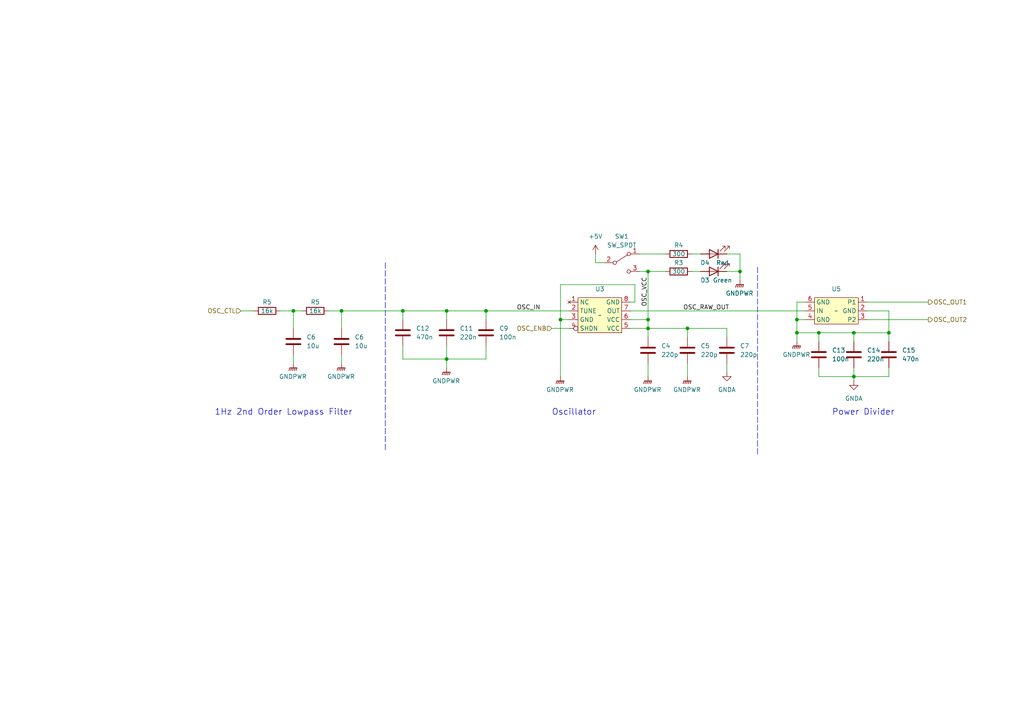
<source format=kicad_sch>
(kicad_sch (version 20230121) (generator eeschema)
  (paper "A4")
  (lib_symbols
    (symbol "Device:C" (pin_numbers hide) (pin_names (offset 0.254))
      (property "Reference" "C" (at 0.635 2.54 0))
      (property "Value" "C" (at 0.635 -2.54 0))
      (symbol "C_0_1"
        (polyline (pts (xy -2.032 -0.762) (xy 2.032 -0.762)) (stroke (width 0.508)))
        (polyline (pts (xy -2.032 0.762) (xy 2.032 0.762)) (stroke (width 0.508)))
      )
      (symbol "C_1_1"
        (pin passive line (at 0 3.81 270) (length 2.794) (name "~") (number "1"))
        (pin passive line (at 0 -3.81 90) (length 2.794) (name "~") (number "2"))
      )
    )
    (symbol "Device:LED" (pin_numbers hide) (pin_names (offset 1.016) hide)
      (property "Reference" "D" (at 0 2.54 0))
      (property "Value" "LED" (at 0 -2.54 0))
      (symbol "LED_0_1"
        (polyline (pts (xy -1.27 -1.27) (xy -1.27 1.27)) (stroke (width 0.254)))
        (polyline (pts (xy -1.27 0) (xy 1.27 0)))
        (polyline (pts (xy 1.27 -1.27) (xy 1.27 1.27) (xy -1.27 0) (xy 1.27 -1.27)) (stroke (width 0.254)))
        (polyline (pts (xy -3.048 -0.762) (xy -4.572 -2.286) (xy -3.81 -2.286) (xy -4.572 -2.286) (xy -4.572 -1.524)))
        (polyline (pts (xy -1.778 -0.762) (xy -3.302 -2.286) (xy -2.54 -2.286) (xy -3.302 -2.286) (xy -3.302 -1.524)))
      )
      (symbol "LED_1_1"
        (pin passive line (at -3.81 0 0) (length 2.54) (name "K") (number "1"))
        (pin passive line (at 3.81 0 180) (length 2.54) (name "A") (number "2"))
      )
    )
    (symbol "Device:R" (pin_numbers hide) (pin_names (offset 0))
      (property "Reference" "R" (at 2.032 0 90))
      (property "Value" "R" (at 0 0 90))
      (symbol "R_0_1"
        (rectangle (start -1.016 -2.54) (end 1.016 2.54) (stroke (width 0.254)))
      )
      (symbol "R_1_1"
        (pin passive line (at 0 3.81 270) (length 1.27) (name "~") (number "1"))
        (pin passive line (at 0 -3.81 90) (length 1.27) (name "~") (number "2"))
      )
    )
    (symbol "MRDT_ICs:BD0926"
      (property "Reference" "U" (at 0 5.08 0))
      (symbol "BD0926_1_1"
        (rectangle (start -6.35 3.81) (end 6.35 -3.81) (fill (type background)))
        (pin input line (at -8.89 2.54 0) (length 2.54) (name "P1") (number "1"))
        (pin power_in line (at -8.89 0 0) (length 2.54) (name "GND") (number "2"))
        (pin input line (at -8.89 -2.54 0) (length 2.54) (name "P2") (number "3"))
        (pin power_in line (at 8.89 -2.54 180) (length 2.54) (name "GND") (number "4"))
        (pin input line (at 8.89 0 180) (length 2.54) (name "IN") (number "5"))
        (pin power_in line (at 8.89 2.54 180) (length 2.54) (name "GND") (number "6"))
      )
    )
    (symbol "MRDT_ICs:MAX2623EUA+T"
      (property "Reference" "U" (at 0 6.35 0))
      (symbol "MAX2623EUA+T_1_1"
        (rectangle (start -6.35 5.08) (end 6.35 -5.08) (fill (type background)))
        (pin no_connect line (at -8.89 3.81 0) (length 2.54) (name "NC") (number "1"))
        (pin input line (at -8.89 1.27 0) (length 2.54) (name "TUNE") (number "2"))
        (pin power_in line (at -8.89 -1.27 0) (length 2.54) (name "GND") (number "3"))
        (pin input inverted (at -8.89 -3.81 0) (length 2.54) (name "SHDN") (number "4"))
        (pin power_in line (at 8.89 -3.81 180) (length 2.54) (name "VCC") (number "5"))
        (pin power_in line (at 8.89 -1.27 180) (length 2.54) (name "VCC") (number "6"))
        (pin output line (at 8.89 1.27 180) (length 2.54) (name "OUT") (number "7"))
        (pin power_in line (at 8.89 3.81 180) (length 2.54) (name "GND") (number "8"))
      )
    )
    (symbol "Switch:SW_SPDT" (pin_names (offset 0) hide)
      (property "Reference" "SW" (at 0 4.318 0))
      (property "Value" "SW_SPDT" (at 0 -5.08 0))
      (symbol "SW_SPDT_0_0"
        (circle (center -2.032 0) (radius 0.508))
        (circle (center 2.032 -2.54) (radius 0.508))
      )
      (symbol "SW_SPDT_0_1"
        (polyline (pts (xy -1.524 0.254) (xy 1.651 2.286)))
        (circle (center 2.032 2.54) (radius 0.508))
      )
      (symbol "SW_SPDT_1_1"
        (pin passive line (at 5.08 2.54 180) (length 2.54) (name "A") (number "1"))
        (pin passive line (at -5.08 0 0) (length 2.54) (name "B") (number "2"))
        (pin passive line (at 5.08 -2.54 180) (length 2.54) (name "C") (number "3"))
      )
    )
    (symbol "power:+5V" (power) (pin_names (offset 0))
      (property "Value" "+5V" (at 0 3.556 0))
      (symbol "+5V_0_1"
        (polyline (pts (xy -0.762 1.27) (xy 0 2.54)))
        (polyline (pts (xy 0 0) (xy 0 2.54)))
        (polyline (pts (xy 0 2.54) (xy 0.762 1.27)))
      )
      (symbol "+5V_1_1"
        (pin power_in line (at 0 0 90) (length 0) hide (name "+5V") (number "1"))
      )
    )
    (symbol "power:GNDA" (power) (pin_names (offset 0))
      (property "Value" "GNDA" (at 0 -3.81 0))
      (symbol "GNDA_0_1"
        (polyline (pts (xy 0 0) (xy 0 -1.27) (xy 1.27 -1.27) (xy 0 -2.54) (xy -1.27 -1.27) (xy 0 -1.27)))
      )
      (symbol "GNDA_1_1"
        (pin power_in line (at 0 0 270) (length 0) hide (name "GNDA") (number "1"))
      )
    )
    (symbol "power:GNDPWR" (power) (pin_names (offset 0))
      (property "Value" "GNDPWR" (at 0 -3.302 0))
      (symbol "GNDPWR_0_1"
        (polyline (pts (xy 0 -1.27) (xy 0 0)))
        (polyline (pts (xy -1.016 -1.27) (xy -1.27 -2.032) (xy -1.27 -2.032)) (stroke (width 0.2032)))
        (polyline (pts (xy -0.508 -1.27) (xy -0.762 -2.032) (xy -0.762 -2.032)) (stroke (width 0.2032)))
        (polyline (pts (xy 0 -1.27) (xy -0.254 -2.032) (xy -0.254 -2.032)) (stroke (width 0.2032)))
        (polyline (pts (xy 0.508 -1.27) (xy 0.254 -2.032) (xy 0.254 -2.032)) (stroke (width 0.2032)))
        (polyline (pts (xy 1.016 -1.27) (xy -1.016 -1.27) (xy -1.016 -1.27)) (stroke (width 0.2032)))
        (polyline (pts (xy 1.016 -1.27) (xy 0.762 -2.032) (xy 0.762 -2.032) (xy 0.762 -2.032)) (stroke (width 0.2032)))
      )
      (symbol "GNDPWR_1_1"
        (pin power_in line (at 0 0 270) (length 0) hide (name "GNDPWR") (number "1"))
      )
    )
  )
  (junction (at 162.56 92.71))
  (junction (at 231.14 92.71))
  (junction (at 85.09 90.17))
  (junction (at 129.54 90.17))
  (junction (at 257.81 96.52))
  (junction (at 129.54 104.14))
  (junction (at 187.96 92.71))
  (junction (at 214.63 78.74))
  (junction (at 99.06 90.17))
  (junction (at 231.14 96.52))
  (junction (at 199.39 95.25))
  (junction (at 140.97 90.17))
  (junction (at 116.84 90.17))
  (junction (at 187.96 78.74))
  (junction (at 247.65 96.52))
  (junction (at 187.96 95.25))
  (junction (at 237.49 96.52))
  (junction (at 247.65 109.22))
  (wire (pts (xy 257.81 96.52) (xy 247.65 96.52)))
  (wire (pts (xy 116.84 104.14) (xy 129.54 104.14)))
  (wire (pts (xy 251.46 90.17) (xy 257.81 90.17)))
  (wire (pts (xy 214.63 78.74) (xy 214.63 73.66)))
  (wire (pts (xy 187.96 92.71) (xy 182.88 92.71)))
  (wire (pts (xy 140.97 90.17) (xy 140.97 92.71)))
  (wire (pts (xy 247.65 109.22) (xy 257.81 109.22)))
  (wire (pts (xy 187.96 92.71) (xy 187.96 78.74)))
  (wire (pts (xy 162.56 82.55) (xy 162.56 92.71)))
  (wire (pts (xy 162.56 109.22) (xy 162.56 92.71)))
  (wire (pts (xy 214.63 78.74) (xy 210.82 78.74)))
  (wire (pts (xy 184.15 87.63) (xy 184.15 82.55)))
  (polyline (pts (xy 111.76 76.2) (xy 111.76 130.81)) (stroke (width 0) (type dash)))
  (wire (pts (xy 99.06 90.17) (xy 116.84 90.17)))
  (wire (pts (xy 251.46 92.71) (xy 269.24 92.71)))
  (wire (pts (xy 182.88 87.63) (xy 184.15 87.63)))
  (wire (pts (xy 85.09 90.17) (xy 85.09 95.25)))
  (wire (pts (xy 129.54 104.14) (xy 140.97 104.14)))
  (wire (pts (xy 81.28 90.17) (xy 85.09 90.17)))
  (polyline (pts (xy 219.71 77.47) (xy 219.71 132.08)) (stroke (width 0) (type dash)))
  (wire (pts (xy 199.39 95.25) (xy 199.39 97.79)))
  (wire (pts (xy 199.39 95.25) (xy 210.82 95.25)))
  (wire (pts (xy 85.09 102.87) (xy 85.09 105.41)))
  (wire (pts (xy 231.14 87.63) (xy 231.14 92.71)))
  (wire (pts (xy 129.54 90.17) (xy 129.54 92.71)))
  (wire (pts (xy 187.96 95.25) (xy 199.39 95.25)))
  (wire (pts (xy 95.25 90.17) (xy 99.06 90.17)))
  (wire (pts (xy 257.81 96.52) (xy 257.81 99.06)))
  (wire (pts (xy 172.72 73.66) (xy 172.72 76.2)))
  (wire (pts (xy 237.49 96.52) (xy 237.49 99.06)))
  (wire (pts (xy 233.68 87.63) (xy 231.14 87.63)))
  (wire (pts (xy 182.88 90.17) (xy 233.68 90.17)))
  (wire (pts (xy 210.82 105.41) (xy 210.82 107.95)))
  (wire (pts (xy 185.42 78.74) (xy 187.96 78.74)))
  (wire (pts (xy 247.65 96.52) (xy 247.65 99.06)))
  (wire (pts (xy 160.02 95.25) (xy 165.1 95.25)))
  (wire (pts (xy 237.49 96.52) (xy 231.14 96.52)))
  (wire (pts (xy 99.06 90.17) (xy 99.06 95.25)))
  (wire (pts (xy 231.14 96.52) (xy 231.14 99.06)))
  (wire (pts (xy 99.06 102.87) (xy 99.06 105.41)))
  (wire (pts (xy 116.84 90.17) (xy 116.84 92.71)))
  (wire (pts (xy 182.88 95.25) (xy 187.96 95.25)))
  (wire (pts (xy 187.96 95.25) (xy 187.96 97.79)))
  (wire (pts (xy 231.14 92.71) (xy 233.68 92.71)))
  (wire (pts (xy 187.96 78.74) (xy 193.04 78.74)))
  (wire (pts (xy 247.65 106.68) (xy 247.65 109.22)))
  (wire (pts (xy 200.66 73.66) (xy 203.2 73.66)))
  (wire (pts (xy 200.66 78.74) (xy 203.2 78.74)))
  (wire (pts (xy 140.97 100.33) (xy 140.97 104.14)))
  (wire (pts (xy 199.39 105.41) (xy 199.39 109.22)))
  (wire (pts (xy 184.15 82.55) (xy 162.56 82.55)))
  (wire (pts (xy 140.97 90.17) (xy 165.1 90.17)))
  (wire (pts (xy 231.14 96.52) (xy 231.14 92.71)))
  (wire (pts (xy 210.82 95.25) (xy 210.82 97.79)))
  (wire (pts (xy 69.85 90.17) (xy 73.66 90.17)))
  (wire (pts (xy 247.65 109.22) (xy 247.65 110.49)))
  (wire (pts (xy 187.96 95.25) (xy 187.96 92.71)))
  (wire (pts (xy 237.49 106.68) (xy 237.49 109.22)))
  (wire (pts (xy 85.09 90.17) (xy 87.63 90.17)))
  (wire (pts (xy 247.65 96.52) (xy 237.49 96.52)))
  (wire (pts (xy 237.49 109.22) (xy 247.65 109.22)))
  (wire (pts (xy 162.56 92.71) (xy 165.1 92.71)))
  (wire (pts (xy 214.63 73.66) (xy 210.82 73.66)))
  (wire (pts (xy 251.46 87.63) (xy 269.24 87.63)))
  (wire (pts (xy 257.81 90.17) (xy 257.81 96.52)))
  (wire (pts (xy 172.72 76.2) (xy 175.26 76.2)))
  (wire (pts (xy 116.84 90.17) (xy 129.54 90.17)))
  (wire (pts (xy 257.81 109.22) (xy 257.81 106.68)))
  (wire (pts (xy 185.42 73.66) (xy 193.04 73.66)))
  (wire (pts (xy 214.63 81.28) (xy 214.63 78.74)))
  (wire (pts (xy 129.54 90.17) (xy 140.97 90.17)))
  (wire (pts (xy 129.54 100.33) (xy 129.54 104.14)))
  (wire (pts (xy 187.96 105.41) (xy 187.96 109.22)))
  (wire (pts (xy 116.84 100.33) (xy 116.84 104.14)))
  (wire (pts (xy 129.54 104.14) (xy 129.54 106.68)))
  (text "Power Divider" (at 241.3 120.65 0) (effects (font (size 1.75 1.75)) (justify left bottom)))
  (text "Oscillator" (at 160.02 120.65 0) (effects (font (size 1.75 1.75)) (justify left bottom)))
  (text "1Hz 2nd Order Lowpass Filter" (at 62.23 120.65 0) (effects (font (size 1.75 1.75)) (justify left bottom)))
  (label "OSC_RAW_OUT" (at 198.12 90.17 0))
  (label "OSC_VCC" (at 187.96 88.9 90))
  (label "OSC_IN" (at 149.86 90.17 0))
  (hierarchical_label "OSC_OUT1" (shape output) (at 269.24 87.63 0))
  (hierarchical_label "OSC_CTL" (shape input) (at 69.85 90.17 180))
  (hierarchical_label "OSC_OUT2" (shape output) (at 269.24 92.71 0))
  (hierarchical_label "OSC_ENB" (shape input) (at 160.02 95.25 180))
  (symbol (lib_id "power:GNDPWR") (at 162.56 109.22 0) (unit 1)
    (property "Reference" "#PWR015" (effects hide))
    (property "Value" "GNDPWR" (at 162.433 113.03 0))
    (instances (project "900MHz_Radio_Hardware" (path "" (reference "#PWR015") (unit 1)) (path "" (reference "#PWR012") (unit 1))))
  )
  (symbol (lib_id "power:GNDPWR") (at 214.63 81.28 0) (unit 1)
    (property "Reference" "#PWR017" (effects hide))
    (property "Value" "GNDPWR" (at 214.503 85.09 0))
  )
  (symbol (lib_id "power:GNDA") (at 247.65 110.49 0) (unit 1)
    (property "Reference" "#PWR026" (effects hide))
    (property "Value" "GNDA" (at 247.65 115.57 0))
  )
  (symbol (lib_id "Device:R") (at 77.47 90.17 90) (unit 1)
    (property "Reference" "R5" (at 77.47 87.63 90))
    (property "Value" "16k" (at 77.47 90.17 90))
    (instances (project "900MHz_Radio_Hardware" (path "" (reference "R5") (unit 1)) (path "" (reference "R5") (unit 1)) (path "" (reference "R8") (unit 1))))
  )
  (symbol (lib_id "MRDT_ICs:BD0926") (at 242.57 90.17 0) (mirror y) (unit 1)
    (property "Reference" "U5" (at 242.57 83.82 0))
    (property "Value" "~" (at 242.57 90.17 0))
    (property "Footprint" "Package_TO_SOT_SMD:SOT-23-6_Handsoldering" (effects hide))
    (property "Datasheet" "https://d2lxe0fofddnat.cloudfront.net/BD0926-V9.3.pdf" (effects hide))
  )
  (symbol (lib_id "power:+5V") (at 172.72 73.66 0) (unit 1)
    (property "Reference" "#PWR016" (effects hide))
    (property "Value" "+5V" (at 172.72 68.58 0))
    (instances (project "900MHz_Radio_Hardware" (path "" (reference "#PWR016") (unit 1)) (path "" (reference "#PWR013") (unit 1))))
  )
  (symbol (lib_id "Device:R") (at 196.85 73.66 90) (unit 1)
    (property "Reference" "R4" (at 196.85 71.12 90))
    (property "Value" "300" (at 196.85 73.66 90))
    (instances (project "900MHz_Radio_Hardware" (path "" (reference "R4") (unit 1)) (path "" (reference "R3") (unit 1))))
  )
  (symbol (lib_id "Device:C") (at 140.97 96.52 0) (unit 1)
    (property "Reference" "C9" (at 144.78 95.25 0) (effects (justify left)))
    (property "Value" "100n" (at 144.78 97.79 0) (effects (justify left)))
  )
  (symbol (lib_id "Device:C") (at 247.65 102.87 0) (unit 1)
    (property "Reference" "C14" (at 251.46 101.6 0) (effects (justify left)))
    (property "Value" "220n" (at 251.46 104.14 0) (effects (justify left)))
  )
  (symbol (lib_id "power:GNDPWR") (at 199.39 109.22 0) (unit 1)
    (property "Reference" "#PWR014" (effects hide))
    (property "Value" "GNDPWR" (at 199.263 113.03 0))
    (instances (project "900MHz_Radio_Hardware" (path "" (reference "#PWR014") (unit 1)) (path "" (reference "#PWR015") (unit 1))))
  )
  (symbol (lib_id "Device:C") (at 129.54 96.52 0) (unit 1)
    (property "Reference" "C11" (at 133.35 95.25 0) (effects (justify left)))
    (property "Value" "220n" (at 133.35 97.79 0) (effects (justify left)))
  )
  (symbol (lib_id "Device:R") (at 196.85 78.74 90) (unit 1)
    (property "Reference" "R3" (at 196.85 76.2 90))
    (property "Value" "300" (at 196.85 78.74 90))
    (instances (project "900MHz_Radio_Hardware" (path "" (reference "R3") (unit 1)) (path "" (reference "R4") (unit 1))))
  )
  (symbol (lib_id "Device:C") (at 210.82 101.6 0) (unit 1)
    (property "Reference" "C7" (at 214.63 100.33 0) (effects (justify left)))
    (property "Value" "220p" (at 214.63 102.87 0) (effects (justify left)))
  )
  (symbol (lib_id "power:GNDA") (at 210.82 107.95 0) (unit 1)
    (property "Reference" "#PWR012" (effects hide))
    (property "Value" "GNDA" (at 210.82 113.03 0))
    (instances (project "900MHz_Radio_Hardware" (path "" (reference "#PWR012") (unit 1)) (path "" (reference "#PWR016") (unit 1))))
  )
  (symbol (lib_id "Device:LED") (at 207.01 78.74 180) (unit 1)
    (property "Reference" "D3" (at 204.47 81.28 0))
    (property "Value" "Green" (at 209.55 81.28 0))
    (instances (project "900MHz_Radio_Hardware" (path "" (reference "D3") (unit 1)) (path "" (reference "D4") (unit 1))))
  )
  (symbol (lib_id "Device:C") (at 116.84 96.52 0) (unit 1)
    (property "Reference" "C12" (at 120.65 95.25 0) (effects (justify left)))
    (property "Value" "470n" (at 120.65 97.79 0) (effects (justify left)))
  )
  (symbol (lib_id "power:GNDPWR") (at 231.14 99.06 0) (unit 1)
    (property "Reference" "#PWR014" (effects hide))
    (property "Value" "GNDPWR" (at 231.013 102.87 0))
    (instances (project "900MHz_Radio_Hardware" (path "" (reference "#PWR014") (unit 1)) (path "" (reference "#PWR025") (unit 1))))
  )
  (symbol (lib_id "Device:LED") (at 207.01 73.66 180) (unit 1)
    (property "Reference" "D4" (at 204.47 76.2 0))
    (property "Value" "Red" (at 209.55 76.2 0))
    (instances (project "900MHz_Radio_Hardware" (path "" (reference "D4") (unit 1)) (path "" (reference "D3") (unit 1))))
  )
  (symbol (lib_id "power:GNDPWR") (at 85.09 105.41 0) (unit 1)
    (property "Reference" "#PWR010" (effects hide))
    (property "Value" "GNDPWR" (at 84.963 109.22 0))
    (instances (project "900MHz_Radio_Hardware" (path "" (reference "#PWR010") (unit 1)) (path "" (reference "#PWR011") (unit 1))))
  )
  (symbol (lib_id "MRDT_ICs:MAX2623EUA+T") (at 173.99 91.44 0) (unit 1)
    (property "Reference" "U3" (at 173.99 83.82 0))
    (property "Value" "~" (at 173.99 91.44 0))
    (property "Footprint" "Package_SO:MSOP-8_3x3mm_P0.65mm" (effects hide))
    (property "Datasheet" "https://www.analog.com/media/en/technical-documentation/data-sheets/max2622-max2624.pdf" (effects hide))
  )
  (symbol (lib_id "Device:R") (at 91.44 90.17 90) (unit 1)
    (property "Reference" "R5" (at 91.44 87.63 90))
    (property "Value" "16k" (at 91.44 90.17 90))
    (instances (project "900MHz_Radio_Hardware" (path "" (reference "R5") (unit 1)) (path "" (reference "R5") (unit 1)) (path "" (reference "R9") (unit 1))))
  )
  (symbol (lib_id "power:GNDPWR") (at 187.96 109.22 0) (unit 1)
    (property "Reference" "#PWR013" (effects hide))
    (property "Value" "GNDPWR" (at 187.833 113.03 0))
    (instances (project "900MHz_Radio_Hardware" (path "" (reference "#PWR013") (unit 1)) (path "" (reference "#PWR014") (unit 1))))
  )
  (symbol (lib_id "power:GNDPWR") (at 129.54 106.68 0) (unit 1)
    (property "Reference" "#PWR015" (effects hide))
    (property "Value" "GNDPWR" (at 129.413 110.49 0))
    (instances (project "900MHz_Radio_Hardware" (path "" (reference "#PWR015") (unit 1)) (path "" (reference "#PWR024") (unit 1))))
  )
  (symbol (lib_id "Device:C") (at 187.96 101.6 0) (unit 1)
    (property "Reference" "C4" (at 191.77 100.33 0) (effects (justify left)))
    (property "Value" "220p" (at 191.77 102.87 0) (effects (justify left)))
  )
  (symbol (lib_id "Switch:SW_SPDT") (at 180.34 76.2 0) (unit 1)
    (property "Reference" "SW1" (at 180.34 68.58 0))
    (property "Value" "SW_SPDT" (at 180.34 71.12 0))
  )
  (symbol (lib_id "Device:C") (at 237.49 102.87 0) (unit 1)
    (property "Reference" "C13" (at 241.3 101.6 0) (effects (justify left)))
    (property "Value" "100n" (at 241.3 104.14 0) (effects (justify left)))
  )
  (symbol (lib_id "Device:C") (at 85.09 99.06 0) (unit 1)
    (property "Reference" "C6" (at 88.9 97.79 0) (effects (justify left)))
    (property "Value" "10u" (at 88.9 100.33 0) (effects (justify left)))
  )
  (symbol (lib_id "Device:C") (at 99.06 99.06 0) (unit 1)
    (property "Reference" "C6" (at 102.87 97.79 0) (effects (justify left)))
    (property "Value" "10u" (at 102.87 100.33 0) (effects (justify left)))
    (instances (project "900MHz_Radio_Hardware" (path "" (reference "C6") (unit 1)) (path "" (reference "C6") (unit 1)) (path "" (reference "C8") (unit 1))))
  )
  (symbol (lib_id "Device:C") (at 257.81 102.87 0) (unit 1)
    (property "Reference" "C15" (at 261.62 101.6 0) (effects (justify left)))
    (property "Value" "470n" (at 261.62 104.14 0) (effects (justify left)))
  )
  (symbol (lib_id "power:GNDPWR") (at 99.06 105.41 0) (unit 1)
    (property "Reference" "#PWR010" (effects hide))
    (property "Value" "GNDPWR" (at 98.933 109.22 0))
    (instances (project "900MHz_Radio_Hardware" (path "" (reference "#PWR010") (unit 1)) (path "" (reference "#PWR023") (unit 1))))
  )
  (symbol (lib_id "Device:C") (at 199.39 101.6 0) (unit 1)
    (property "Reference" "C5" (at 203.2 100.33 0) (effects (justify left)))
    (property "Value" "220p" (at 203.2 102.87 0) (effects (justify left)))
  )
)
</source>
